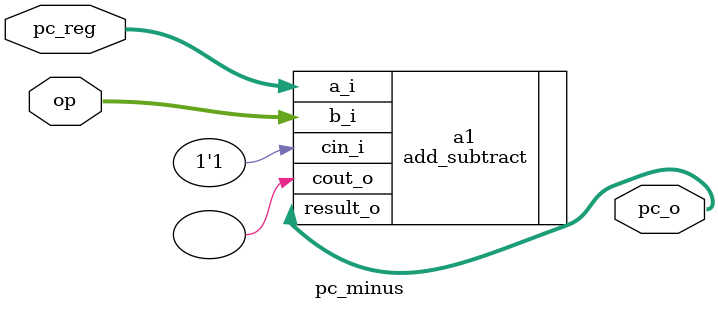
<source format=sv>
module pc_minus (
  input  wire  [31:0]  pc_reg,
  input  wire  [31:0]  op,
  output reg   [31:0]  pc_o
);
  add_subtract a1 (
    .a_i(pc_reg),
    .b_i(op),
    .cin_i(1'b1),
    .result_o(pc_o),
    .cout_o()
  );

endmodule

</source>
